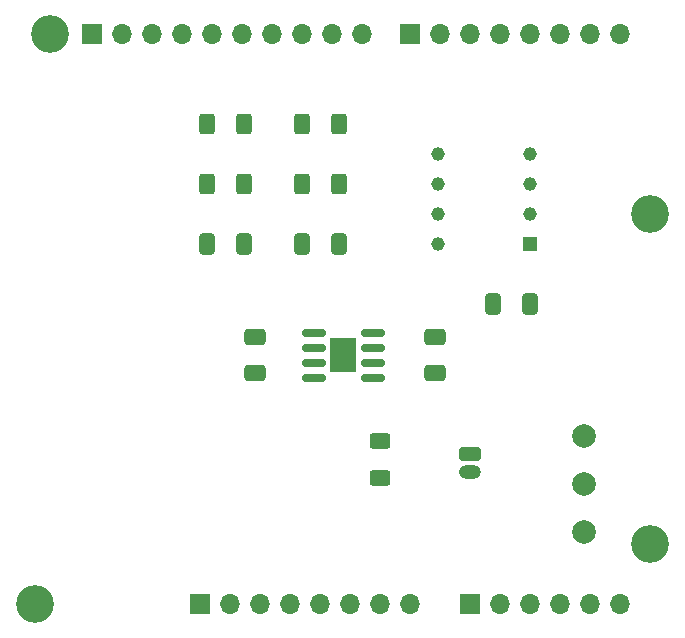
<source format=gbr>
%TF.GenerationSoftware,KiCad,Pcbnew,7.0.11-7.0.11~ubuntu22.04.1*%
%TF.CreationDate,2024-03-05T16:18:53-05:00*%
%TF.ProjectId,PCB,5043422e-6b69-4636-9164-5f7063625858,rev?*%
%TF.SameCoordinates,Original*%
%TF.FileFunction,Soldermask,Top*%
%TF.FilePolarity,Negative*%
%FSLAX46Y46*%
G04 Gerber Fmt 4.6, Leading zero omitted, Abs format (unit mm)*
G04 Created by KiCad (PCBNEW 7.0.11-7.0.11~ubuntu22.04.1) date 2024-03-05 16:18:53*
%MOMM*%
%LPD*%
G01*
G04 APERTURE LIST*
G04 Aperture macros list*
%AMRoundRect*
0 Rectangle with rounded corners*
0 $1 Rounding radius*
0 $2 $3 $4 $5 $6 $7 $8 $9 X,Y pos of 4 corners*
0 Add a 4 corners polygon primitive as box body*
4,1,4,$2,$3,$4,$5,$6,$7,$8,$9,$2,$3,0*
0 Add four circle primitives for the rounded corners*
1,1,$1+$1,$2,$3*
1,1,$1+$1,$4,$5*
1,1,$1+$1,$6,$7*
1,1,$1+$1,$8,$9*
0 Add four rect primitives between the rounded corners*
20,1,$1+$1,$2,$3,$4,$5,0*
20,1,$1+$1,$4,$5,$6,$7,0*
20,1,$1+$1,$6,$7,$8,$9,0*
20,1,$1+$1,$8,$9,$2,$3,0*%
G04 Aperture macros list end*
%ADD10R,1.700000X1.700000*%
%ADD11O,1.700000X1.700000*%
%ADD12C,2.000000*%
%ADD13RoundRect,0.250000X-0.400000X-0.625000X0.400000X-0.625000X0.400000X0.625000X-0.400000X0.625000X0*%
%ADD14RoundRect,0.250000X0.400000X0.625000X-0.400000X0.625000X-0.400000X-0.625000X0.400000X-0.625000X0*%
%ADD15R,1.159000X1.159000*%
%ADD16C,1.159000*%
%ADD17RoundRect,0.250000X-0.625000X0.400000X-0.625000X-0.400000X0.625000X-0.400000X0.625000X0.400000X0*%
%ADD18RoundRect,0.250000X0.412500X0.650000X-0.412500X0.650000X-0.412500X-0.650000X0.412500X-0.650000X0*%
%ADD19RoundRect,0.250000X-0.650000X0.412500X-0.650000X-0.412500X0.650000X-0.412500X0.650000X0.412500X0*%
%ADD20RoundRect,0.150000X-0.825000X-0.150000X0.825000X-0.150000X0.825000X0.150000X-0.825000X0.150000X0*%
%ADD21R,2.290000X3.000000*%
%ADD22C,3.200000*%
%ADD23RoundRect,0.250000X-0.412500X-0.650000X0.412500X-0.650000X0.412500X0.650000X-0.412500X0.650000X0*%
%ADD24RoundRect,0.250000X-0.685000X0.335000X-0.685000X-0.335000X0.685000X-0.335000X0.685000X0.335000X0*%
%ADD25O,1.870000X1.170000*%
%ADD26RoundRect,0.250000X0.650000X-0.412500X0.650000X0.412500X-0.650000X0.412500X-0.650000X-0.412500X0*%
G04 APERTURE END LIST*
D10*
%TO.C,J1*%
X127940000Y-97460000D03*
D11*
X130480000Y-97460000D03*
X133020000Y-97460000D03*
X135560000Y-97460000D03*
X138100000Y-97460000D03*
X140640000Y-97460000D03*
X143180000Y-97460000D03*
X145720000Y-97460000D03*
%TD*%
D10*
%TO.C,J3*%
X150800000Y-97460000D03*
D11*
X153340000Y-97460000D03*
X155880000Y-97460000D03*
X158420000Y-97460000D03*
X160960000Y-97460000D03*
X163500000Y-97460000D03*
%TD*%
D10*
%TO.C,J2*%
X118796000Y-49200000D03*
D11*
X121336000Y-49200000D03*
X123876000Y-49200000D03*
X126416000Y-49200000D03*
X128956000Y-49200000D03*
X131496000Y-49200000D03*
X134036000Y-49200000D03*
X136576000Y-49200000D03*
X139116000Y-49200000D03*
X141656000Y-49200000D03*
%TD*%
D10*
%TO.C,J4*%
X145720000Y-49200000D03*
D11*
X148260000Y-49200000D03*
X150800000Y-49200000D03*
X153340000Y-49200000D03*
X155880000Y-49200000D03*
X158420000Y-49200000D03*
X160960000Y-49200000D03*
X163500000Y-49200000D03*
%TD*%
D12*
%TO.C,J8*%
X160401200Y-91350000D03*
%TD*%
D13*
%TO.C,R1*%
X136550000Y-56820000D03*
X139650000Y-56820000D03*
%TD*%
D14*
%TO.C,R3*%
X139650000Y-61900000D03*
X136550000Y-61900000D03*
%TD*%
D15*
%TO.C,U1*%
X155880000Y-66980000D03*
D16*
X155880000Y-64440000D03*
X155880000Y-61900000D03*
X155880000Y-59360000D03*
X148070000Y-59360000D03*
X148070000Y-61900000D03*
X148070000Y-64440000D03*
X148070000Y-66980000D03*
%TD*%
D17*
%TO.C,R5*%
X143180000Y-83660000D03*
X143180000Y-86760000D03*
%TD*%
D18*
%TO.C,C5*%
X155880000Y-72060000D03*
X152755000Y-72060000D03*
%TD*%
D19*
%TO.C,C3*%
X147814076Y-74827500D03*
X147814076Y-77952500D03*
%TD*%
D20*
%TO.C,U2*%
X137595000Y-74485000D03*
X137595000Y-75755000D03*
X137595000Y-77025000D03*
X137595000Y-78295000D03*
X142545000Y-78295000D03*
X142545000Y-77025000D03*
X142545000Y-75755000D03*
X142545000Y-74485000D03*
D21*
X140070000Y-76390000D03*
%TD*%
D22*
%TO.C,MH1*%
X115240000Y-49200000D03*
%TD*%
D18*
%TO.C,C2*%
X131636786Y-66980000D03*
X128511786Y-66980000D03*
%TD*%
D23*
%TO.C,C1*%
X136537500Y-66980000D03*
X139662500Y-66980000D03*
%TD*%
D12*
%TO.C,J5*%
X160401200Y-83250000D03*
%TD*%
D24*
%TO.C,J6*%
X150800000Y-84760000D03*
D25*
X150800000Y-86260000D03*
%TD*%
D12*
%TO.C,J7*%
X160401200Y-87300000D03*
%TD*%
D26*
%TO.C,C4*%
X132574076Y-77952500D03*
X132574076Y-74827500D03*
%TD*%
D13*
%TO.C,R2*%
X128524286Y-56820000D03*
X131624286Y-56820000D03*
%TD*%
D22*
%TO.C,MH2*%
X113970000Y-97460000D03*
%TD*%
%TO.C,MH3*%
X166040000Y-64440000D03*
%TD*%
%TO.C,MH4*%
X166040000Y-92380000D03*
%TD*%
D14*
%TO.C,R4*%
X131624286Y-61900000D03*
X128524286Y-61900000D03*
%TD*%
M02*

</source>
